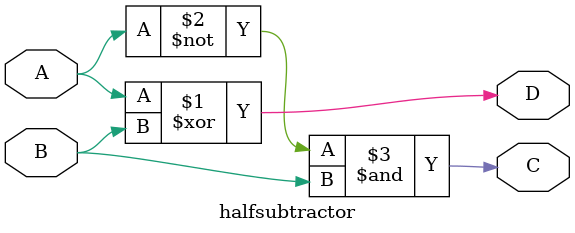
<source format=v>
module halfsubtractor (A,B,D,C);
input A,B;
output D,C;

//sum OUTPUT

assign D = A^B; //XOR OPERATOR

//CARRY ASSIGN

assign C = ~A&B;// AND OPERATOR

endmodule
</source>
